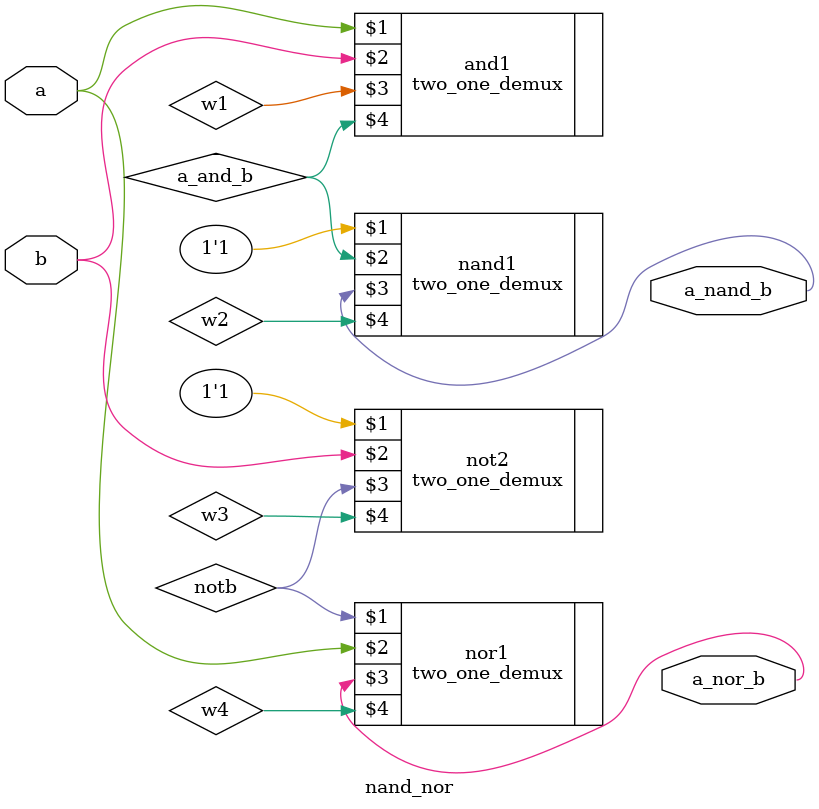
<source format=v>
`timescale 1ns / 1ps


module nand_nor(
input a,b,
output a_nand_b,a_nor_b
    );
 wire w1,w2,w3,w4,notb,a_and_b;   
 //nand gate
two_one_demux and1(a,b,w1,a_and_b);    
two_one_demux nand1(1'b1,a_and_b,a_nand_b,w2);
//nor gate
two_one_demux not2(1'b1,b,notb,w3);
two_one_demux nor1(notb,a,a_nor_b,w4);
endmodule

</source>
